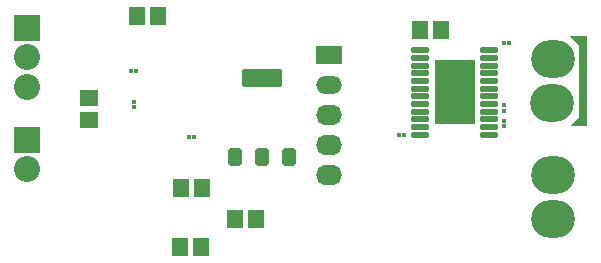
<source format=gbs>
G04*
G04 #@! TF.GenerationSoftware,Altium Limited,Altium Designer,20.1.7 (139)*
G04*
G04 Layer_Color=16711935*
%FSLAX25Y25*%
%MOIN*%
G70*
G04*
G04 #@! TF.SameCoordinates,395A0049-4C10-4893-9831-33377791372B*
G04*
G04*
G04 #@! TF.FilePolarity,Negative*
G04*
G01*
G75*
%ADD24R,0.01378X0.01378*%
%ADD25R,0.05524X0.06312*%
%ADD30R,0.08674X0.08674*%
%ADD31C,0.08674*%
%ADD32O,0.14580X0.12611*%
%ADD33R,0.08674X0.06312*%
%ADD34O,0.08674X0.05918*%
%ADD35O,0.08674X0.06706*%
G04:AMPARAMS|DCode=68|XSize=62.99mil|YSize=21.65mil|CornerRadius=6.4mil|HoleSize=0mil|Usage=FLASHONLY|Rotation=0.000|XOffset=0mil|YOffset=0mil|HoleType=Round|Shape=RoundedRectangle|*
%AMROUNDEDRECTD68*
21,1,0.06299,0.00886,0,0,0.0*
21,1,0.05020,0.02165,0,0,0.0*
1,1,0.01280,0.02510,-0.00443*
1,1,0.01280,-0.02510,-0.00443*
1,1,0.01280,-0.02510,0.00443*
1,1,0.01280,0.02510,0.00443*
%
%ADD68ROUNDEDRECTD68*%
%ADD69R,0.13398X0.21509*%
G04:AMPARAMS|DCode=70|XSize=44.61mil|YSize=59.58mil|CornerRadius=6.75mil|HoleSize=0mil|Usage=FLASHONLY|Rotation=180.000|XOffset=0mil|YOffset=0mil|HoleType=Round|Shape=RoundedRectangle|*
%AMROUNDEDRECTD70*
21,1,0.04461,0.04608,0,0,180.0*
21,1,0.03112,0.05958,0,0,180.0*
1,1,0.01349,-0.01556,0.02304*
1,1,0.01349,0.01556,0.02304*
1,1,0.01349,0.01556,-0.02304*
1,1,0.01349,-0.01556,-0.02304*
%
%ADD70ROUNDEDRECTD70*%
G04:AMPARAMS|DCode=71|XSize=135.56mil|YSize=59.58mil|CornerRadius=7.87mil|HoleSize=0mil|Usage=FLASHONLY|Rotation=180.000|XOffset=0mil|YOffset=0mil|HoleType=Round|Shape=RoundedRectangle|*
%AMROUNDEDRECTD71*
21,1,0.13556,0.04384,0,0,180.0*
21,1,0.11982,0.05958,0,0,180.0*
1,1,0.01574,-0.05991,0.02192*
1,1,0.01574,0.05991,0.02192*
1,1,0.01574,0.05991,-0.02192*
1,1,0.01574,-0.05991,-0.02192*
%
%ADD71ROUNDEDRECTD71*%
%ADD72R,0.01378X0.01378*%
%ADD73R,0.06312X0.05524*%
G36*
X296063Y150492D02*
X290256D01*
X293209Y153445D01*
Y177756D01*
X290158Y180807D01*
X296063D01*
Y150492D01*
D02*
G37*
D24*
X235138Y147539D02*
D03*
X233366D02*
D03*
X270079Y178347D02*
D03*
X268307D02*
D03*
X163386Y146850D02*
D03*
X165157D02*
D03*
X145768Y168898D02*
D03*
X143996D02*
D03*
D25*
X178740Y119685D02*
D03*
X185827D02*
D03*
X167717Y129921D02*
D03*
X160630D02*
D03*
X153150Y187402D02*
D03*
X146063D02*
D03*
X160236Y110236D02*
D03*
X167323D02*
D03*
X247441Y182677D02*
D03*
X240354D02*
D03*
D30*
X109449Y146063D02*
D03*
X109500Y183343D02*
D03*
D31*
X109449Y136221D02*
D03*
X109500Y173500D02*
D03*
Y163657D02*
D03*
D32*
X284446Y158292D02*
D03*
X284646Y172992D02*
D03*
X284747Y134228D02*
D03*
X284547Y119528D02*
D03*
D33*
X209842Y174488D02*
D03*
D34*
Y164488D02*
D03*
D35*
Y154488D02*
D03*
Y144488D02*
D03*
Y134488D02*
D03*
D68*
X263189Y175886D02*
D03*
Y173327D02*
D03*
Y170768D02*
D03*
Y168209D02*
D03*
Y165650D02*
D03*
Y163091D02*
D03*
Y160531D02*
D03*
Y157972D02*
D03*
Y155413D02*
D03*
Y152854D02*
D03*
Y150295D02*
D03*
Y147736D02*
D03*
X240354Y175886D02*
D03*
Y173327D02*
D03*
Y170768D02*
D03*
Y168209D02*
D03*
Y165650D02*
D03*
Y163091D02*
D03*
Y160531D02*
D03*
Y157972D02*
D03*
Y155413D02*
D03*
Y152854D02*
D03*
Y150295D02*
D03*
Y147736D02*
D03*
D69*
X251870Y162008D02*
D03*
D70*
X196811Y140374D02*
D03*
X187795D02*
D03*
X178779D02*
D03*
D71*
X187795Y166713D02*
D03*
D72*
X268307Y155807D02*
D03*
Y157579D02*
D03*
X144882Y158760D02*
D03*
Y156988D02*
D03*
X268307Y150492D02*
D03*
Y152264D02*
D03*
D73*
X129921Y159843D02*
D03*
Y152756D02*
D03*
M02*

</source>
